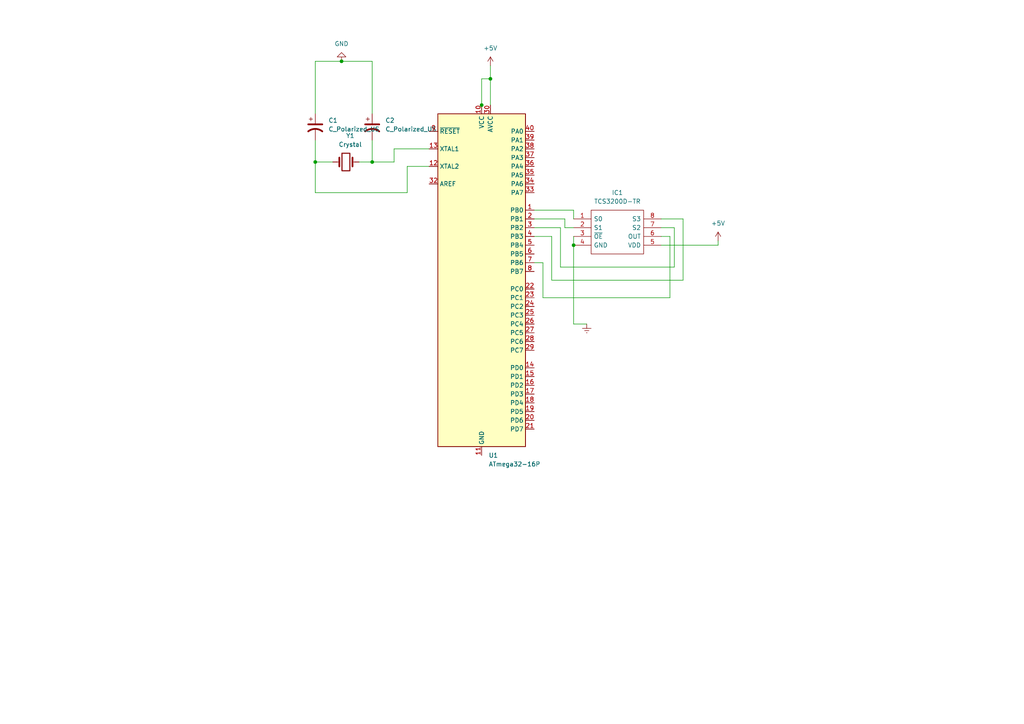
<source format=kicad_sch>
(kicad_sch (version 20211123) (generator eeschema)
  (paper "A4")
  (lib_symbols
    (symbol "Device:C_Polarized_US" (pin_numbers hide) (pin_names (offset 0.254) hide)
      (property "Reference" "C" (at 0.635 2.54 0))
      (property "Value" "C_Polarized_US" (at 0.635 -2.54 0))
      (symbol "C_Polarized_US_0_1"
        (polyline (pts (xy -2.032 0.762) (xy 2.032 0.762)) (stroke (width 0.508)))
        (polyline (pts (xy -1.778 2.286) (xy -0.762 2.286)))
        (polyline (pts (xy -1.27 1.778) (xy -1.27 2.794)))
        (arc (start 2.032 -1.27) (mid 0 -0.5572) (end -2.032 -1.27) (stroke (width 0.508)))
      )
      (symbol "C_Polarized_US_1_1"
        (pin passive line (at 0 3.81 270) (length 2.794) (name "~") (number "1"))
        (pin passive line (at 0 -3.81 90) (length 3.302) (name "~") (number "2"))
      )
    )
    (symbol "Device:Crystal" (pin_numbers hide) (pin_names (offset 1.016) hide)
      (property "Reference" "Y" (at 0 3.81 0))
      (property "Value" "Crystal" (at 0 -3.81 0))
      (symbol "Crystal_0_1"
        (rectangle (start -1.143 2.54) (end 1.143 -2.54) (stroke (width 0.3048)))
        (polyline (pts (xy -2.54 0) (xy -1.905 0)))
        (polyline (pts (xy -1.905 -1.27) (xy -1.905 1.27)) (stroke (width 0.508)))
        (polyline (pts (xy 1.905 -1.27) (xy 1.905 1.27)) (stroke (width 0.508)))
        (polyline (pts (xy 2.54 0) (xy 1.905 0)))
      )
      (symbol "Crystal_1_1"
        (pin passive line (at -3.81 0 0) (length 1.27) (name "1") (number "1"))
        (pin passive line (at 3.81 0 180) (length 1.27) (name "2") (number "2"))
      )
    )
    (symbol "MCU_Microchip_ATmega:ATmega32-16P"
      (property "Reference" "U" (at -12.7 49.53 0))
      (property "Value" "ATmega32-16P" (at 2.54 -49.53 0))
      (symbol "ATmega32-16P_0_1"
        (rectangle (start -12.7 -48.26) (end 12.7 48.26) (stroke (width 0.254)) (fill (type background)))
      )
      (symbol "ATmega32-16P_1_1"
        (pin bidirectional line (at 15.24 20.32 180) (length 2.54) (name "PB0") (number "1"))
        (pin power_in line (at 0 50.8 270) (length 2.54) (name "VCC") (number "10"))
        (pin power_in line (at 0 -50.8 90) (length 2.54) (name "GND") (number "11"))
        (pin output line (at -15.24 33.02 0) (length 2.54) (name "XTAL2") (number "12"))
        (pin input line (at -15.24 38.1 0) (length 2.54) (name "XTAL1") (number "13"))
        (pin bidirectional line (at 15.24 -25.4 180) (length 2.54) (name "PD0") (number "14"))
        (pin bidirectional line (at 15.24 -27.94 180) (length 2.54) (name "PD1") (number "15"))
        (pin bidirectional line (at 15.24 -30.48 180) (length 2.54) (name "PD2") (number "16"))
        (pin bidirectional line (at 15.24 -33.02 180) (length 2.54) (name "PD3") (number "17"))
        (pin bidirectional line (at 15.24 -35.56 180) (length 2.54) (name "PD4") (number "18"))
        (pin bidirectional line (at 15.24 -38.1 180) (length 2.54) (name "PD5") (number "19"))
        (pin bidirectional line (at 15.24 17.78 180) (length 2.54) (name "PB1") (number "2"))
        (pin bidirectional line (at 15.24 -40.64 180) (length 2.54) (name "PD6") (number "20"))
        (pin bidirectional line (at 15.24 -43.18 180) (length 2.54) (name "PD7") (number "21"))
        (pin bidirectional line (at 15.24 -2.54 180) (length 2.54) (name "PC0") (number "22"))
        (pin bidirectional line (at 15.24 -5.08 180) (length 2.54) (name "PC1") (number "23"))
        (pin bidirectional line (at 15.24 -7.62 180) (length 2.54) (name "PC2") (number "24"))
        (pin bidirectional line (at 15.24 -10.16 180) (length 2.54) (name "PC3") (number "25"))
        (pin bidirectional line (at 15.24 -12.7 180) (length 2.54) (name "PC4") (number "26"))
        (pin bidirectional line (at 15.24 -15.24 180) (length 2.54) (name "PC5") (number "27"))
        (pin bidirectional line (at 15.24 -17.78 180) (length 2.54) (name "PC6") (number "28"))
        (pin bidirectional line (at 15.24 -20.32 180) (length 2.54) (name "PC7") (number "29"))
        (pin bidirectional line (at 15.24 15.24 180) (length 2.54) (name "PB2") (number "3"))
        (pin power_in line (at 2.54 50.8 270) (length 2.54) (name "AVCC") (number "30"))
        (pin passive line (at 0 -50.8 90) (length 2.54) hide (name "GND") (number "31"))
        (pin passive line (at -15.24 27.94 0) (length 2.54) (name "AREF") (number "32"))
        (pin bidirectional line (at 15.24 25.4 180) (length 2.54) (name "PA7") (number "33"))
        (pin bidirectional line (at 15.24 27.94 180) (length 2.54) (name "PA6") (number "34"))
        (pin bidirectional line (at 15.24 30.48 180) (length 2.54) (name "PA5") (number "35"))
        (pin bidirectional line (at 15.24 33.02 180) (length 2.54) (name "PA4") (number "36"))
        (pin bidirectional line (at 15.24 35.56 180) (length 2.54) (name "PA3") (number "37"))
        (pin bidirectional line (at 15.24 38.1 180) (length 2.54) (name "PA2") (number "38"))
        (pin bidirectional line (at 15.24 40.64 180) (length 2.54) (name "PA1") (number "39"))
        (pin bidirectional line (at 15.24 12.7 180) (length 2.54) (name "PB3") (number "4"))
        (pin bidirectional line (at 15.24 43.18 180) (length 2.54) (name "PA0") (number "40"))
        (pin bidirectional line (at 15.24 10.16 180) (length 2.54) (name "PB4") (number "5"))
        (pin bidirectional line (at 15.24 7.62 180) (length 2.54) (name "PB5") (number "6"))
        (pin bidirectional line (at 15.24 5.08 180) (length 2.54) (name "PB6") (number "7"))
        (pin bidirectional line (at 15.24 2.54 180) (length 2.54) (name "PB7") (number "8"))
        (pin input line (at -15.24 43.18 0) (length 2.54) (name "~{RESET}") (number "9"))
      )
    )
    (symbol "TCS3200D-TR:TCS3200D-TR" (pin_names (offset 0.762))
      (property "Reference" "IC" (at 21.59 7.62 0))
      (property "Value" "TCS3200D-TR" (at 21.59 5.08 0))
      (symbol "TCS3200D-TR_0_0"
        (pin passive line (at 0 0 0) (length 5.08) (name "S0") (number "1"))
        (pin passive line (at 0 -2.54 0) (length 5.08) (name "S1") (number "2"))
        (pin passive line (at 0 -5.08 0) (length 5.08) (name "~{OE}") (number "3"))
        (pin passive line (at 0 -7.62 0) (length 5.08) (name "GND") (number "4"))
        (pin passive line (at 25.4 -7.62 180) (length 5.08) (name "VDD") (number "5"))
        (pin passive line (at 25.4 -5.08 180) (length 5.08) (name "OUT") (number "6"))
        (pin passive line (at 25.4 -2.54 180) (length 5.08) (name "S2") (number "7"))
        (pin passive line (at 25.4 0 180) (length 5.08) (name "S3") (number "8"))
      )
      (symbol "TCS3200D-TR_0_1"
        (polyline (pts (xy 5.08 2.54) (xy 20.32 2.54) (xy 20.32 -10.16) (xy 5.08 -10.16) (xy 5.08 2.54)) (stroke (width 0.1524)))
      )
    )
    (symbol "power:+5V" (power) (pin_names (offset 0))
      (property "Value" "+5V" (at 0 3.556 0))
      (symbol "+5V_0_1"
        (polyline (pts (xy -0.762 1.27) (xy 0 2.54)))
        (polyline (pts (xy 0 0) (xy 0 2.54)))
        (polyline (pts (xy 0 2.54) (xy 0.762 1.27)))
      )
      (symbol "+5V_1_1"
        (pin power_in line (at 0 0 90) (length 0) hide (name "+5V") (number "1"))
      )
    )
    (symbol "power:Earth" (power) (pin_names (offset 0))
      (symbol "Earth_0_1"
        (polyline (pts (xy -0.635 -1.905) (xy 0.635 -1.905)))
        (polyline (pts (xy -0.127 -2.54) (xy 0.127 -2.54)))
        (polyline (pts (xy 0 -1.27) (xy 0 0)))
        (polyline (pts (xy 1.27 -1.27) (xy -1.27 -1.27)))
      )
      (symbol "Earth_1_1"
        (pin power_in line (at 0 0 270) (length 0) hide (name "Earth") (number "1"))
      )
    )
    (symbol "power:GND" (power) (pin_names (offset 0))
      (property "Value" "GND" (at 0 -3.81 0))
      (symbol "GND_0_1"
        (polyline (pts (xy 0 0) (xy 0 -1.27) (xy 1.27 -1.27) (xy 0 -2.54) (xy -1.27 -1.27) (xy 0 -1.27)))
      )
      (symbol "GND_1_1"
        (pin power_in line (at 0 0 270) (length 0) hide (name "GND") (number "1"))
      )
    )
  )
  (junction (at 166.37 71.12))
  (junction (at 107.95 46.99))
  (junction (at 142.24 22.86))
  (junction (at 139.7 30.48))
  (junction (at 99.06 17.78))
  (junction (at 91.44 46.99))
  (wire (pts (xy 107.95 17.78) (xy 99.06 17.78)))
  (wire (pts (xy 107.95 46.99) (xy 114.3 46.99)))
  (wire (pts (xy 107.95 33.02) (xy 107.95 17.78)))
  (wire (pts (xy 191.77 71.12) (xy 208.28 71.12)))
  (wire (pts (xy 194.31 68.58) (xy 194.31 86.36)))
  (wire (pts (xy 195.58 66.04) (xy 191.77 66.04)))
  (wire (pts (xy 208.28 71.12) (xy 208.28 69.85)))
  (wire (pts (xy 166.37 71.12) (xy 166.37 93.98)))
  (wire (pts (xy 160.02 81.28) (xy 198.12 81.28)))
  (wire (pts (xy 107.95 40.64) (xy 107.95 46.99)))
  (wire (pts (xy 154.94 68.58) (xy 160.02 68.58)))
  (wire (pts (xy 124.46 48.26) (xy 118.11 48.26)))
  (wire (pts (xy 114.3 43.18) (xy 114.3 46.99)))
  (wire (pts (xy 142.24 22.86) (xy 142.24 30.48)))
  (wire (pts (xy 166.37 93.98) (xy 170.18 93.98)))
  (wire (pts (xy 91.44 46.99) (xy 96.52 46.99)))
  (wire (pts (xy 162.56 77.47) (xy 195.58 77.47)))
  (wire (pts (xy 124.46 43.18) (xy 114.3 43.18)))
  (wire (pts (xy 118.11 48.26) (xy 118.11 55.88)))
  (wire (pts (xy 154.94 63.5) (xy 163.83 63.5)))
  (wire (pts (xy 157.48 86.36) (xy 157.48 76.2)))
  (wire (pts (xy 91.44 33.02) (xy 91.44 17.78)))
  (wire (pts (xy 198.12 63.5) (xy 191.77 63.5)))
  (wire (pts (xy 118.11 55.88) (xy 91.44 55.88)))
  (wire (pts (xy 160.02 68.58) (xy 160.02 81.28)))
  (wire (pts (xy 163.83 66.04) (xy 166.37 66.04)))
  (wire (pts (xy 154.94 66.04) (xy 162.56 66.04)))
  (wire (pts (xy 163.83 63.5) (xy 163.83 66.04)))
  (wire (pts (xy 195.58 77.47) (xy 195.58 66.04)))
  (wire (pts (xy 91.44 55.88) (xy 91.44 46.99)))
  (wire (pts (xy 142.24 19.05) (xy 142.24 22.86)))
  (wire (pts (xy 194.31 86.36) (xy 157.48 86.36)))
  (wire (pts (xy 139.7 30.48) (xy 139.7 22.86)))
  (wire (pts (xy 166.37 68.58) (xy 166.37 71.12)))
  (wire (pts (xy 91.44 40.64) (xy 91.44 46.99)))
  (wire (pts (xy 198.12 81.28) (xy 198.12 63.5)))
  (wire (pts (xy 166.37 60.96) (xy 166.37 63.5)))
  (wire (pts (xy 104.14 46.99) (xy 107.95 46.99)))
  (wire (pts (xy 139.7 22.86) (xy 142.24 22.86)))
  (wire (pts (xy 154.94 60.96) (xy 166.37 60.96)))
  (wire (pts (xy 191.77 68.58) (xy 194.31 68.58)))
  (wire (pts (xy 162.56 66.04) (xy 162.56 77.47)))
  (wire (pts (xy 91.44 17.78) (xy 99.06 17.78)))
  (wire (pts (xy 157.48 76.2) (xy 154.94 76.2)))
  (wire (pts (xy 139.7 31.75) (xy 139.7 30.48)))
  (symbol (lib_id "MCU_Microchip_ATmega:ATmega32-16P") (at 139.7 81.28 0) (unit 1)
    (property "Reference" "U1" (at 141.7194 132.08 0) (effects (justify left)))
    (property "Value" "ATmega32-16P" (at 141.7194 134.62 0) (effects (justify left)))
    (property "Footprint" "Package_DIP:DIP-40_W15.24mm" (effects hide))
    (property "Datasheet" "http://ww1.microchip.com/downloads/en/DeviceDoc/doc2503.pdf" (effects hide))
  )
  (symbol (lib_id "Device:Crystal") (at 100.33 46.99 0) (unit 1)
    (property "Reference" "Y1" (at 101.6 39.37 0))
    (property "Value" "Crystal" (at 101.6 41.91 0))
    (property "Footprint" "Crystal:Crystal_AT310_D3.0mm_L10.0mm_Horizontal" (effects hide))
  )
  (symbol (lib_id "Device:C_Polarized_US") (at 107.95 36.83 0) (unit 1)
    (property "Reference" "C2" (at 111.76 34.9249 0) (effects (justify left)))
    (property "Value" "C_Polarized_US" (at 111.76 37.4649 0) (effects (justify left)))
    (property "Footprint" "Capacitor_SMD:CP_Elec_3x5.3" (effects hide))
  )
  (symbol (lib_id "power:Earth") (at 170.18 93.98 0) (unit 1)
    (property "Reference" "#PWR03" (effects hide))
    (property "Value" "Earth" (effects hide))
  )
  (symbol (lib_id "power:+5V") (at 142.24 19.05 0) (unit 1)
    (property "Reference" "#PWR02" (effects hide))
    (property "Value" "+5V" (at 142.24 13.97 0))
  )
  (symbol (lib_id "power:+5V") (at 208.28 69.85 0) (unit 1)
    (property "Reference" "#PWR04" (effects hide))
    (property "Value" "+5V" (at 208.28 64.77 0))
  )
  (symbol (lib_id "power:GND") (at 99.06 17.78 180) (unit 1)
    (property "Reference" "#PWR01" (effects hide))
    (property "Value" "GND" (at 99.06 12.7 0))
  )
  (symbol (lib_id "TCS3200D-TR:TCS3200D-TR") (at 166.37 63.5 0) (unit 1)
    (property "Reference" "IC1" (at 179.07 55.88 0))
    (property "Value" "TCS3200D-TR" (at 179.07 58.42 0))
    (property "Footprint" "Connector_PinHeader_1.27mm:PinHeader_1x08_P1.27mm_Horizontal" (effects hide))
    (property "Datasheet" "https://ams.com/documents/20143/36005/TCS3200_DS000107_3-00.pdf/c53d702f-63aa-eda1-745f-d513aa4f535f" (effects hide))
    (property "Description" "Light To Frequency & Light To Voltage TriColor Sensor LTF Low Power" (effects hide))
    (property "Height" "1.75" (effects hide))
    (property "Manufacturer_Name" "ams" (effects hide))
    (property "Manufacturer_Part_Number" "TCS3200D-TR" (effects hide))
    (property "Mouser Part Number" "856-TCS3200D-TR" (effects hide))
    (property "Mouser Price/Stock" "https://www.mouser.co.uk/ProductDetail/ams/TCS3200D-TR?qs=07cgIB9%2F73FMXjkjs0LJVg%3D%3D" (effects hide))
    (property "Arrow Part Number" "TCS3200D-TR" (effects hide))
    (property "Arrow Price/Stock" "https://www.arrow.com/en/products/tcs3200d-tr/ams-ag?region=nac" (effects hide))
  )
  (symbol (lib_id "Device:C_Polarized_US") (at 91.44 36.83 0) (unit 1)
    (property "Reference" "C1" (at 95.25 34.9249 0) (effects (justify left)))
    (property "Value" "C_Polarized_US" (at 95.25 37.4649 0) (effects (justify left)))
    (property "Footprint" "Capacitor_SMD:CP_Elec_3x5.3" (effects hide))
  )
)
</source>
